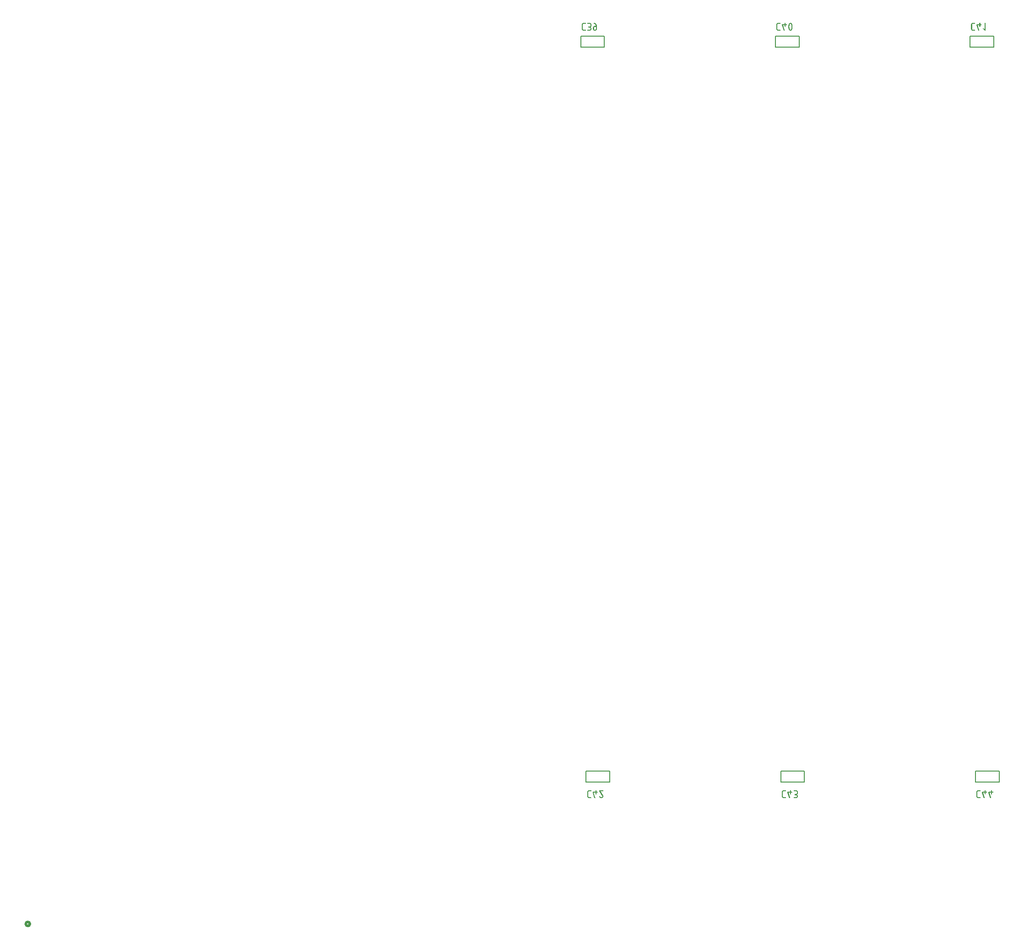
<source format=gbo>
G04*
G04 #@! TF.GenerationSoftware,Altium Limited,Altium Designer,19.1.9 (167)*
G04*
G04 Layer_Color=14412276*
%FSLAX44Y44*%
%MOMM*%
G71*
G01*
G75*
%ADD10C,0.2000*%
%ADD13C,0.5080*%
G36*
X2698279Y389987D02*
X2698421Y389961D01*
X2698551Y389909D01*
X2698667Y389857D01*
X2698758Y389780D01*
X2698835Y389702D01*
X2698900Y389611D01*
X2698952Y389521D01*
X2699017Y389352D01*
X2699056Y389197D01*
X2699069Y389145D01*
Y389093D01*
Y389067D01*
Y389054D01*
Y387111D01*
X2700273D01*
X2700442Y387098D01*
X2700584Y387072D01*
X2700714Y387021D01*
X2700830Y386969D01*
X2700921Y386891D01*
X2700999Y386813D01*
X2701064Y386723D01*
X2701115Y386632D01*
X2701180Y386464D01*
X2701219Y386308D01*
X2701232Y386256D01*
Y386204D01*
Y386179D01*
Y386166D01*
X2701219Y385997D01*
X2701193Y385855D01*
X2701141Y385725D01*
X2701077Y385622D01*
X2701012Y385531D01*
X2700934Y385453D01*
X2700844Y385388D01*
X2700753Y385337D01*
X2700571Y385272D01*
X2700429Y385233D01*
X2700364Y385220D01*
X2699069D01*
Y383277D01*
X2699056Y383108D01*
X2699030Y382966D01*
X2698978Y382836D01*
X2698913Y382733D01*
X2698849Y382642D01*
X2698771Y382564D01*
X2698680Y382500D01*
X2698589Y382448D01*
X2698408Y382383D01*
X2698266Y382344D01*
X2698201Y382331D01*
X2698110D01*
X2697942Y382344D01*
X2697799Y382370D01*
X2697670Y382422D01*
X2697566Y382474D01*
X2697475Y382551D01*
X2697398Y382629D01*
X2697333Y382720D01*
X2697281Y382798D01*
X2697216Y382979D01*
X2697177Y383134D01*
Y383186D01*
X2697165Y383238D01*
Y383264D01*
Y383277D01*
Y385220D01*
X2694237D01*
X2696854Y376385D01*
X2696880Y376243D01*
X2696906Y376139D01*
Y376087D01*
Y376062D01*
X2696892Y375893D01*
X2696866Y375751D01*
X2696815Y375621D01*
X2696750Y375517D01*
X2696685Y375427D01*
X2696607Y375349D01*
X2696517Y375284D01*
X2696426Y375232D01*
X2696245Y375168D01*
X2696102Y375129D01*
X2696038Y375116D01*
X2695817D01*
X2695701Y375142D01*
X2695506Y375206D01*
X2695351Y375297D01*
X2695234Y375401D01*
X2695144Y375504D01*
X2695092Y375595D01*
X2695066Y375660D01*
X2695053Y375673D01*
Y375686D01*
X2692138Y385906D01*
X2692126Y385984D01*
X2692112Y386075D01*
Y386140D01*
Y386153D01*
Y386166D01*
X2692126Y386334D01*
X2692151Y386477D01*
X2692203Y386606D01*
X2692255Y386710D01*
X2692333Y386800D01*
X2692410Y386878D01*
X2692501Y386943D01*
X2692592Y386995D01*
X2692760Y387059D01*
X2692916Y387098D01*
X2692968D01*
X2693019Y387111D01*
X2697165D01*
Y389054D01*
X2697177Y389223D01*
X2697203Y389365D01*
X2697255Y389495D01*
X2697307Y389598D01*
X2697385Y389689D01*
X2697462Y389767D01*
X2697553Y389832D01*
X2697644Y389883D01*
X2697812Y389948D01*
X2697968Y389987D01*
X2698019D01*
X2698071Y390000D01*
X2698110D01*
X2698279Y389987D01*
D02*
G37*
G36*
X2686490D02*
X2686633Y389961D01*
X2686762Y389909D01*
X2686879Y389857D01*
X2686970Y389780D01*
X2687047Y389702D01*
X2687112Y389611D01*
X2687164Y389521D01*
X2687229Y389352D01*
X2687268Y389197D01*
X2687281Y389145D01*
Y389093D01*
Y389067D01*
Y389054D01*
Y387111D01*
X2688485D01*
X2688654Y387098D01*
X2688796Y387072D01*
X2688926Y387021D01*
X2689042Y386969D01*
X2689133Y386891D01*
X2689211Y386813D01*
X2689276Y386723D01*
X2689327Y386632D01*
X2689392Y386464D01*
X2689431Y386308D01*
X2689444Y386256D01*
Y386204D01*
Y386179D01*
Y386166D01*
X2689431Y385997D01*
X2689405Y385855D01*
X2689353Y385725D01*
X2689289Y385622D01*
X2689224Y385531D01*
X2689146Y385453D01*
X2689055Y385388D01*
X2688965Y385337D01*
X2688783Y385272D01*
X2688641Y385233D01*
X2688576Y385220D01*
X2687281D01*
Y383277D01*
X2687268Y383108D01*
X2687242Y382966D01*
X2687190Y382836D01*
X2687125Y382733D01*
X2687061Y382642D01*
X2686983Y382564D01*
X2686892Y382500D01*
X2686801Y382448D01*
X2686620Y382383D01*
X2686477Y382344D01*
X2686413Y382331D01*
X2686322D01*
X2686154Y382344D01*
X2686011Y382370D01*
X2685882Y382422D01*
X2685778Y382474D01*
X2685687Y382551D01*
X2685610Y382629D01*
X2685545Y382720D01*
X2685493Y382798D01*
X2685428Y382979D01*
X2685389Y383134D01*
Y383186D01*
X2685376Y383238D01*
Y383264D01*
Y383277D01*
Y385220D01*
X2682449D01*
X2685066Y376385D01*
X2685091Y376243D01*
X2685117Y376139D01*
Y376087D01*
Y376062D01*
X2685104Y375893D01*
X2685078Y375751D01*
X2685027Y375621D01*
X2684962Y375517D01*
X2684897Y375427D01*
X2684819Y375349D01*
X2684729Y375284D01*
X2684638Y375232D01*
X2684457Y375168D01*
X2684314Y375129D01*
X2684249Y375116D01*
X2684029D01*
X2683913Y375142D01*
X2683718Y375206D01*
X2683563Y375297D01*
X2683446Y375401D01*
X2683356Y375504D01*
X2683304Y375595D01*
X2683278Y375660D01*
X2683265Y375673D01*
Y375686D01*
X2680350Y385906D01*
X2680337Y385984D01*
X2680324Y386075D01*
Y386140D01*
Y386153D01*
Y386166D01*
X2680337Y386334D01*
X2680363Y386477D01*
X2680415Y386606D01*
X2680467Y386710D01*
X2680544Y386800D01*
X2680622Y386878D01*
X2680713Y386943D01*
X2680804Y386995D01*
X2680972Y387059D01*
X2681128Y387098D01*
X2681179D01*
X2681231Y387111D01*
X2685376D01*
Y389054D01*
X2685389Y389223D01*
X2685415Y389365D01*
X2685467Y389495D01*
X2685519Y389598D01*
X2685597Y389689D01*
X2685674Y389767D01*
X2685765Y389832D01*
X2685856Y389883D01*
X2686024Y389948D01*
X2686180Y389987D01*
X2686231D01*
X2686283Y390000D01*
X2686322D01*
X2686490Y389987D01*
D02*
G37*
G36*
X2676891D02*
X2677034Y389961D01*
X2677164Y389909D01*
X2677280Y389857D01*
X2677371Y389780D01*
X2677448Y389702D01*
X2677513Y389611D01*
X2677565Y389521D01*
X2677630Y389352D01*
X2677669Y389197D01*
X2677682Y389145D01*
Y389093D01*
Y389067D01*
Y389054D01*
X2677669Y388886D01*
X2677643Y388744D01*
X2677591Y388614D01*
X2677526Y388510D01*
X2677462Y388420D01*
X2677384Y388342D01*
X2677293Y388277D01*
X2677202Y388225D01*
X2677021Y388161D01*
X2676879Y388122D01*
X2676814Y388109D01*
X2673835D01*
X2673692Y388096D01*
X2673549Y388083D01*
X2673277Y388018D01*
X2673044Y387927D01*
X2672850Y387824D01*
X2672682Y387733D01*
X2672565Y387642D01*
X2672487Y387578D01*
X2672474Y387552D01*
X2672461D01*
X2672357Y387448D01*
X2672280Y387332D01*
X2672137Y387098D01*
X2672047Y386865D01*
X2671969Y386645D01*
X2671930Y386451D01*
X2671917Y386295D01*
X2671904Y386243D01*
Y386204D01*
Y386179D01*
Y386166D01*
Y378950D01*
X2671917Y378808D01*
X2671930Y378665D01*
X2671995Y378393D01*
X2672086Y378160D01*
X2672189Y377966D01*
X2672280Y377797D01*
X2672371Y377681D01*
X2672435Y377603D01*
X2672461Y377577D01*
X2672565Y377473D01*
X2672682Y377383D01*
X2672915Y377253D01*
X2673135Y377150D01*
X2673355Y377072D01*
X2673549Y377033D01*
X2673705Y377020D01*
X2673757Y377007D01*
X2676723D01*
X2676891Y376994D01*
X2677034Y376968D01*
X2677164Y376917D01*
X2677280Y376865D01*
X2677371Y376787D01*
X2677448Y376709D01*
X2677513Y376618D01*
X2677565Y376528D01*
X2677630Y376359D01*
X2677669Y376204D01*
X2677682Y376152D01*
Y376100D01*
Y376074D01*
Y376062D01*
X2677669Y375893D01*
X2677643Y375751D01*
X2677591Y375621D01*
X2677526Y375517D01*
X2677462Y375427D01*
X2677384Y375349D01*
X2677293Y375284D01*
X2677202Y375232D01*
X2677021Y375168D01*
X2676879Y375129D01*
X2676814Y375116D01*
X2673835D01*
X2673536Y375129D01*
X2673264Y375168D01*
X2672992Y375219D01*
X2672733Y375297D01*
X2672500Y375375D01*
X2672280Y375466D01*
X2672072Y375569D01*
X2671878Y375673D01*
X2671710Y375789D01*
X2671555Y375880D01*
X2671425Y375984D01*
X2671321Y376062D01*
X2671230Y376139D01*
X2671166Y376191D01*
X2671127Y376230D01*
X2671114Y376243D01*
X2670920Y376450D01*
X2670751Y376683D01*
X2670596Y376903D01*
X2670466Y377137D01*
X2670363Y377370D01*
X2670272Y377590D01*
X2670194Y377810D01*
X2670143Y378018D01*
X2670091Y378212D01*
X2670065Y378393D01*
X2670039Y378549D01*
X2670013Y378678D01*
Y378795D01*
X2670000Y378885D01*
Y378937D01*
Y378950D01*
Y386166D01*
X2670013Y386464D01*
X2670052Y386736D01*
X2670103Y387008D01*
X2670168Y387267D01*
X2670259Y387500D01*
X2670350Y387720D01*
X2670453Y387927D01*
X2670557Y388122D01*
X2670661Y388290D01*
X2670764Y388446D01*
X2670855Y388575D01*
X2670946Y388679D01*
X2671010Y388769D01*
X2671062Y388834D01*
X2671101Y388873D01*
X2671114Y388886D01*
X2671334Y389080D01*
X2671555Y389249D01*
X2671788Y389404D01*
X2672021Y389534D01*
X2672241Y389637D01*
X2672474Y389728D01*
X2672694Y389806D01*
X2672902Y389857D01*
X2673096Y389909D01*
X2673277Y389935D01*
X2673433Y389961D01*
X2673562Y389987D01*
X2673679D01*
X2673770Y390000D01*
X2676723D01*
X2676891Y389987D01*
D02*
G37*
G36*
X2326490D02*
X2326633Y389961D01*
X2326763Y389909D01*
X2326879Y389857D01*
X2326970Y389780D01*
X2327047Y389702D01*
X2327112Y389611D01*
X2327164Y389521D01*
X2327229Y389352D01*
X2327268Y389197D01*
X2327281Y389145D01*
Y389093D01*
Y389067D01*
Y389054D01*
Y387111D01*
X2328485D01*
X2328654Y387098D01*
X2328796Y387072D01*
X2328926Y387021D01*
X2329042Y386969D01*
X2329133Y386891D01*
X2329211Y386813D01*
X2329276Y386723D01*
X2329327Y386632D01*
X2329392Y386464D01*
X2329431Y386308D01*
X2329444Y386256D01*
Y386204D01*
Y386179D01*
Y386166D01*
X2329431Y385997D01*
X2329405Y385855D01*
X2329353Y385725D01*
X2329288Y385622D01*
X2329224Y385531D01*
X2329146Y385453D01*
X2329055Y385388D01*
X2328965Y385337D01*
X2328783Y385272D01*
X2328641Y385233D01*
X2328576Y385220D01*
X2327281D01*
Y383277D01*
X2327268Y383108D01*
X2327242Y382966D01*
X2327190Y382836D01*
X2327125Y382733D01*
X2327060Y382642D01*
X2326983Y382564D01*
X2326892Y382500D01*
X2326801Y382448D01*
X2326620Y382383D01*
X2326478Y382344D01*
X2326413Y382331D01*
X2326322D01*
X2326154Y382344D01*
X2326011Y382370D01*
X2325882Y382422D01*
X2325778Y382474D01*
X2325687Y382551D01*
X2325610Y382629D01*
X2325545Y382720D01*
X2325493Y382798D01*
X2325428Y382979D01*
X2325389Y383134D01*
Y383186D01*
X2325376Y383238D01*
Y383264D01*
Y383277D01*
Y385220D01*
X2322449D01*
X2325065Y376385D01*
X2325091Y376243D01*
X2325117Y376139D01*
Y376087D01*
Y376062D01*
X2325104Y375893D01*
X2325078Y375751D01*
X2325027Y375621D01*
X2324962Y375517D01*
X2324897Y375427D01*
X2324819Y375349D01*
X2324729Y375284D01*
X2324638Y375232D01*
X2324457Y375168D01*
X2324314Y375129D01*
X2324249Y375116D01*
X2324029D01*
X2323913Y375142D01*
X2323718Y375206D01*
X2323563Y375297D01*
X2323446Y375401D01*
X2323356Y375504D01*
X2323304Y375595D01*
X2323278Y375660D01*
X2323265Y375673D01*
Y375686D01*
X2320350Y385906D01*
X2320337Y385984D01*
X2320324Y386075D01*
Y386140D01*
Y386153D01*
Y386166D01*
X2320337Y386334D01*
X2320363Y386477D01*
X2320415Y386606D01*
X2320467Y386710D01*
X2320545Y386800D01*
X2320622Y386878D01*
X2320713Y386943D01*
X2320804Y386995D01*
X2320972Y387059D01*
X2321127Y387098D01*
X2321179D01*
X2321231Y387111D01*
X2325376D01*
Y389054D01*
X2325389Y389223D01*
X2325415Y389365D01*
X2325467Y389495D01*
X2325519Y389598D01*
X2325597Y389689D01*
X2325674Y389767D01*
X2325765Y389832D01*
X2325856Y389883D01*
X2326024Y389948D01*
X2326180Y389987D01*
X2326231D01*
X2326283Y390000D01*
X2326322D01*
X2326490Y389987D01*
D02*
G37*
G36*
X2336232D02*
X2336517Y389948D01*
X2336789Y389896D01*
X2337035Y389832D01*
X2337281Y389741D01*
X2337501Y389650D01*
X2337709Y389547D01*
X2337890Y389443D01*
X2338058Y389339D01*
X2338214Y389236D01*
X2338343Y389145D01*
X2338460Y389054D01*
X2338538Y388990D01*
X2338602Y388938D01*
X2338641Y388899D01*
X2338654Y388886D01*
X2338862Y388666D01*
X2339030Y388446D01*
X2339185Y388212D01*
X2339315Y387979D01*
X2339418Y387759D01*
X2339522Y387526D01*
X2339587Y387306D01*
X2339652Y387098D01*
X2339704Y386904D01*
X2339729Y386723D01*
X2339755Y386567D01*
X2339781Y386438D01*
Y386321D01*
X2339794Y386230D01*
Y386179D01*
Y386166D01*
Y384728D01*
X2339781Y384378D01*
X2339729Y384054D01*
X2339665Y383756D01*
X2339574Y383471D01*
X2339457Y383212D01*
X2339341Y382979D01*
X2339198Y382759D01*
X2339069Y382564D01*
X2338939Y382396D01*
X2338797Y382253D01*
X2338680Y382124D01*
X2338577Y382020D01*
X2338473Y381943D01*
X2338408Y381891D01*
X2338356Y381852D01*
X2338343Y381839D01*
X2338602Y381645D01*
X2338823Y381437D01*
X2339017Y381204D01*
X2339185Y380971D01*
X2339328Y380738D01*
X2339444Y380492D01*
X2339535Y380259D01*
X2339613Y380025D01*
X2339678Y379805D01*
X2339716Y379598D01*
X2339755Y379417D01*
X2339768Y379261D01*
X2339781Y379132D01*
X2339794Y379028D01*
Y378976D01*
Y378950D01*
X2339781Y378665D01*
X2339742Y378380D01*
X2339691Y378121D01*
X2339613Y377862D01*
X2339535Y377629D01*
X2339444Y377409D01*
X2339341Y377201D01*
X2339237Y377020D01*
X2339121Y376839D01*
X2339030Y376696D01*
X2338926Y376567D01*
X2338849Y376450D01*
X2338771Y376372D01*
X2338719Y376308D01*
X2338680Y376269D01*
X2338667Y376256D01*
X2338447Y376049D01*
X2338227Y375880D01*
X2337994Y375725D01*
X2337773Y375595D01*
X2337540Y375491D01*
X2337307Y375388D01*
X2337087Y375323D01*
X2336880Y375258D01*
X2336685Y375206D01*
X2336517Y375181D01*
X2336348Y375155D01*
X2336219Y375129D01*
X2336102D01*
X2336012Y375116D01*
X2333058D01*
X2332890Y375129D01*
X2332747Y375155D01*
X2332618Y375206D01*
X2332514Y375258D01*
X2332423Y375336D01*
X2332346Y375414D01*
X2332281Y375504D01*
X2332229Y375582D01*
X2332164Y375764D01*
X2332125Y375919D01*
Y375971D01*
X2332112Y376023D01*
Y376049D01*
Y376062D01*
X2332125Y376230D01*
X2332151Y376372D01*
X2332203Y376502D01*
X2332255Y376606D01*
X2332333Y376696D01*
X2332410Y376774D01*
X2332501Y376839D01*
X2332592Y376891D01*
X2332760Y376955D01*
X2332916Y376994D01*
X2332967D01*
X2333019Y377007D01*
X2336089D01*
X2336232Y377033D01*
X2336504Y377098D01*
X2336737Y377188D01*
X2336931Y377292D01*
X2337100Y377396D01*
X2337216Y377486D01*
X2337294Y377551D01*
X2337320Y377564D01*
Y377577D01*
X2337424Y377681D01*
X2337514Y377797D01*
X2337644Y378031D01*
X2337747Y378264D01*
X2337825Y378471D01*
X2337864Y378652D01*
X2337877Y378808D01*
X2337890Y378860D01*
Y378898D01*
Y378924D01*
Y378937D01*
Y379093D01*
X2337864Y379235D01*
X2337799Y379507D01*
X2337709Y379740D01*
X2337605Y379935D01*
X2337501Y380103D01*
X2337411Y380220D01*
X2337346Y380298D01*
X2337333Y380310D01*
X2337320Y380323D01*
X2337216Y380427D01*
X2337100Y380505D01*
X2336867Y380647D01*
X2336646Y380738D01*
X2336426Y380816D01*
X2336245Y380854D01*
X2336089Y380867D01*
X2336037Y380880D01*
X2334509D01*
X2334341Y380893D01*
X2334198Y380919D01*
X2334068Y380971D01*
X2333965Y381023D01*
X2333874Y381101D01*
X2333797Y381178D01*
X2333732Y381269D01*
X2333680Y381347D01*
X2333615Y381528D01*
X2333576Y381684D01*
Y381735D01*
X2333563Y381787D01*
Y381813D01*
Y381826D01*
X2333576Y381994D01*
X2333602Y382137D01*
X2333654Y382267D01*
X2333706Y382370D01*
X2333784Y382461D01*
X2333861Y382538D01*
X2333952Y382603D01*
X2334043Y382655D01*
X2334211Y382720D01*
X2334366Y382759D01*
X2334418D01*
X2334470Y382772D01*
X2336102D01*
X2336245Y382798D01*
X2336504Y382862D01*
X2336737Y382953D01*
X2336931Y383057D01*
X2337100Y383173D01*
X2337216Y383264D01*
X2337294Y383329D01*
X2337320Y383342D01*
Y383355D01*
X2337424Y383458D01*
X2337514Y383575D01*
X2337644Y383808D01*
X2337747Y384041D01*
X2337825Y384248D01*
X2337864Y384430D01*
X2337877Y384585D01*
X2337890Y384637D01*
Y384676D01*
Y384702D01*
Y384715D01*
Y386166D01*
Y386321D01*
X2337864Y386464D01*
X2337799Y386723D01*
X2337709Y386969D01*
X2337605Y387163D01*
X2337501Y387332D01*
X2337411Y387448D01*
X2337346Y387526D01*
X2337333Y387539D01*
X2337320Y387552D01*
X2337216Y387655D01*
X2337100Y387733D01*
X2336867Y387876D01*
X2336633Y387966D01*
X2336426Y388044D01*
X2336232Y388083D01*
X2336076Y388096D01*
X2336025Y388109D01*
X2333058D01*
X2332890Y388122D01*
X2332747Y388148D01*
X2332618Y388199D01*
X2332514Y388251D01*
X2332423Y388329D01*
X2332346Y388407D01*
X2332281Y388497D01*
X2332229Y388575D01*
X2332164Y388756D01*
X2332125Y388912D01*
Y388964D01*
X2332112Y389016D01*
Y389041D01*
Y389054D01*
X2332125Y389223D01*
X2332151Y389365D01*
X2332203Y389495D01*
X2332255Y389598D01*
X2332333Y389689D01*
X2332410Y389767D01*
X2332501Y389832D01*
X2332592Y389883D01*
X2332760Y389948D01*
X2332916Y389987D01*
X2332967D01*
X2333019Y390000D01*
X2335947D01*
X2336232Y389987D01*
D02*
G37*
G36*
X2316891D02*
X2317034Y389961D01*
X2317164Y389909D01*
X2317280Y389857D01*
X2317371Y389780D01*
X2317449Y389702D01*
X2317513Y389611D01*
X2317565Y389521D01*
X2317630Y389352D01*
X2317669Y389197D01*
X2317682Y389145D01*
Y389093D01*
Y389067D01*
Y389054D01*
X2317669Y388886D01*
X2317643Y388744D01*
X2317591Y388614D01*
X2317526Y388510D01*
X2317462Y388420D01*
X2317384Y388342D01*
X2317293Y388277D01*
X2317202Y388225D01*
X2317021Y388161D01*
X2316879Y388122D01*
X2316814Y388109D01*
X2313834D01*
X2313692Y388096D01*
X2313549Y388083D01*
X2313277Y388018D01*
X2313044Y387927D01*
X2312850Y387824D01*
X2312681Y387733D01*
X2312565Y387642D01*
X2312487Y387578D01*
X2312474Y387552D01*
X2312461D01*
X2312358Y387448D01*
X2312280Y387332D01*
X2312137Y387098D01*
X2312047Y386865D01*
X2311969Y386645D01*
X2311930Y386451D01*
X2311917Y386295D01*
X2311904Y386243D01*
Y386204D01*
Y386179D01*
Y386166D01*
Y378950D01*
X2311917Y378808D01*
X2311930Y378665D01*
X2311995Y378393D01*
X2312086Y378160D01*
X2312189Y377966D01*
X2312280Y377797D01*
X2312371Y377681D01*
X2312435Y377603D01*
X2312461Y377577D01*
X2312565Y377473D01*
X2312681Y377383D01*
X2312915Y377253D01*
X2313135Y377150D01*
X2313355Y377072D01*
X2313549Y377033D01*
X2313705Y377020D01*
X2313757Y377007D01*
X2316723D01*
X2316891Y376994D01*
X2317034Y376968D01*
X2317164Y376917D01*
X2317280Y376865D01*
X2317371Y376787D01*
X2317449Y376709D01*
X2317513Y376618D01*
X2317565Y376528D01*
X2317630Y376359D01*
X2317669Y376204D01*
X2317682Y376152D01*
Y376100D01*
Y376074D01*
Y376062D01*
X2317669Y375893D01*
X2317643Y375751D01*
X2317591Y375621D01*
X2317526Y375517D01*
X2317462Y375427D01*
X2317384Y375349D01*
X2317293Y375284D01*
X2317202Y375232D01*
X2317021Y375168D01*
X2316879Y375129D01*
X2316814Y375116D01*
X2313834D01*
X2313536Y375129D01*
X2313264Y375168D01*
X2312992Y375219D01*
X2312733Y375297D01*
X2312500Y375375D01*
X2312280Y375466D01*
X2312073Y375569D01*
X2311878Y375673D01*
X2311710Y375789D01*
X2311555Y375880D01*
X2311425Y375984D01*
X2311321Y376062D01*
X2311231Y376139D01*
X2311166Y376191D01*
X2311127Y376230D01*
X2311114Y376243D01*
X2310920Y376450D01*
X2310751Y376683D01*
X2310596Y376903D01*
X2310466Y377137D01*
X2310363Y377370D01*
X2310272Y377590D01*
X2310194Y377810D01*
X2310143Y378018D01*
X2310091Y378212D01*
X2310065Y378393D01*
X2310039Y378549D01*
X2310013Y378678D01*
Y378795D01*
X2310000Y378885D01*
Y378937D01*
Y378950D01*
Y386166D01*
X2310013Y386464D01*
X2310052Y386736D01*
X2310104Y387008D01*
X2310168Y387267D01*
X2310259Y387500D01*
X2310350Y387720D01*
X2310453Y387927D01*
X2310557Y388122D01*
X2310661Y388290D01*
X2310764Y388446D01*
X2310855Y388575D01*
X2310946Y388679D01*
X2311010Y388769D01*
X2311062Y388834D01*
X2311101Y388873D01*
X2311114Y388886D01*
X2311334Y389080D01*
X2311555Y389249D01*
X2311788Y389404D01*
X2312021Y389534D01*
X2312241Y389637D01*
X2312474Y389728D01*
X2312694Y389806D01*
X2312902Y389857D01*
X2313096Y389909D01*
X2313277Y389935D01*
X2313433Y389961D01*
X2313562Y389987D01*
X2313679D01*
X2313770Y390000D01*
X2316723D01*
X2316891Y389987D01*
D02*
G37*
G36*
X1966490D02*
X1966633Y389961D01*
X1966763Y389909D01*
X1966879Y389857D01*
X1966970Y389780D01*
X1967047Y389702D01*
X1967112Y389611D01*
X1967164Y389521D01*
X1967229Y389352D01*
X1967268Y389197D01*
X1967281Y389145D01*
Y389093D01*
Y389067D01*
Y389054D01*
Y387111D01*
X1968485D01*
X1968654Y387098D01*
X1968796Y387072D01*
X1968926Y387021D01*
X1969042Y386969D01*
X1969133Y386891D01*
X1969211Y386813D01*
X1969276Y386723D01*
X1969327Y386632D01*
X1969392Y386464D01*
X1969431Y386308D01*
X1969444Y386256D01*
Y386204D01*
Y386179D01*
Y386166D01*
X1969431Y385997D01*
X1969405Y385855D01*
X1969353Y385725D01*
X1969288Y385622D01*
X1969224Y385531D01*
X1969146Y385453D01*
X1969055Y385388D01*
X1968965Y385337D01*
X1968783Y385272D01*
X1968641Y385233D01*
X1968576Y385220D01*
X1967281D01*
Y383277D01*
X1967268Y383108D01*
X1967242Y382966D01*
X1967190Y382836D01*
X1967125Y382733D01*
X1967060Y382642D01*
X1966983Y382564D01*
X1966892Y382500D01*
X1966801Y382448D01*
X1966620Y382383D01*
X1966478Y382344D01*
X1966413Y382331D01*
X1966322D01*
X1966154Y382344D01*
X1966011Y382370D01*
X1965882Y382422D01*
X1965778Y382474D01*
X1965687Y382551D01*
X1965610Y382629D01*
X1965545Y382720D01*
X1965493Y382798D01*
X1965428Y382979D01*
X1965389Y383134D01*
Y383186D01*
X1965376Y383238D01*
Y383264D01*
Y383277D01*
Y385220D01*
X1962449D01*
X1965065Y376385D01*
X1965091Y376243D01*
X1965117Y376139D01*
Y376087D01*
Y376062D01*
X1965104Y375893D01*
X1965078Y375751D01*
X1965027Y375621D01*
X1964962Y375517D01*
X1964897Y375427D01*
X1964819Y375349D01*
X1964729Y375284D01*
X1964638Y375232D01*
X1964457Y375168D01*
X1964314Y375129D01*
X1964249Y375116D01*
X1964029D01*
X1963913Y375142D01*
X1963718Y375206D01*
X1963563Y375297D01*
X1963446Y375401D01*
X1963356Y375504D01*
X1963304Y375595D01*
X1963278Y375660D01*
X1963265Y375673D01*
Y375686D01*
X1960350Y385906D01*
X1960337Y385984D01*
X1960324Y386075D01*
Y386140D01*
Y386153D01*
Y386166D01*
X1960337Y386334D01*
X1960363Y386477D01*
X1960415Y386606D01*
X1960467Y386710D01*
X1960545Y386800D01*
X1960622Y386878D01*
X1960713Y386943D01*
X1960804Y386995D01*
X1960972Y387059D01*
X1961127Y387098D01*
X1961179D01*
X1961231Y387111D01*
X1965376D01*
Y389054D01*
X1965389Y389223D01*
X1965415Y389365D01*
X1965467Y389495D01*
X1965519Y389598D01*
X1965597Y389689D01*
X1965674Y389767D01*
X1965765Y389832D01*
X1965856Y389883D01*
X1966024Y389948D01*
X1966180Y389987D01*
X1966231D01*
X1966283Y390000D01*
X1966322D01*
X1966490Y389987D01*
D02*
G37*
G36*
X1979004D02*
X1979147Y389961D01*
X1979276Y389909D01*
X1979393Y389857D01*
X1979483Y389780D01*
X1979561Y389702D01*
X1979626Y389611D01*
X1979678Y389521D01*
X1979742Y389352D01*
X1979781Y389197D01*
X1979794Y389145D01*
Y389093D01*
Y389067D01*
Y389054D01*
X1979781Y388886D01*
X1979755Y388744D01*
X1979704Y388614D01*
X1979639Y388510D01*
X1979574Y388420D01*
X1979496Y388342D01*
X1979406Y388277D01*
X1979315Y388225D01*
X1979134Y388161D01*
X1978991Y388122D01*
X1978926Y388109D01*
X1974587D01*
X1979095Y381152D01*
X1979224Y380945D01*
X1979328Y380738D01*
X1979418Y380544D01*
X1979496Y380349D01*
X1979626Y379974D01*
X1979704Y379637D01*
X1979742Y379494D01*
X1979755Y379352D01*
X1979768Y379235D01*
X1979781Y379145D01*
X1979794Y379054D01*
Y379002D01*
Y378963D01*
Y378950D01*
X1979781Y378665D01*
X1979742Y378380D01*
X1979691Y378108D01*
X1979613Y377862D01*
X1979535Y377616D01*
X1979444Y377396D01*
X1979341Y377188D01*
X1979237Y377007D01*
X1979121Y376839D01*
X1979030Y376683D01*
X1978926Y376554D01*
X1978849Y376437D01*
X1978771Y376359D01*
X1978719Y376295D01*
X1978680Y376256D01*
X1978667Y376243D01*
X1978447Y376049D01*
X1978227Y375867D01*
X1977994Y375725D01*
X1977773Y375595D01*
X1977540Y375479D01*
X1977307Y375388D01*
X1977087Y375310D01*
X1976880Y375258D01*
X1976685Y375206D01*
X1976517Y375181D01*
X1976348Y375155D01*
X1976219Y375129D01*
X1976102D01*
X1976012Y375116D01*
X1975947D01*
X1975727Y375129D01*
X1975519Y375142D01*
X1975312Y375181D01*
X1975118Y375232D01*
X1974729Y375375D01*
X1974366Y375556D01*
X1974030Y375764D01*
X1973719Y376010D01*
X1973447Y376256D01*
X1973188Y376515D01*
X1972955Y376787D01*
X1972747Y377033D01*
X1972579Y377279D01*
X1972436Y377486D01*
X1972320Y377668D01*
X1972242Y377810D01*
X1972216Y377862D01*
X1972190Y377901D01*
X1972177Y377914D01*
Y377927D01*
X1972151Y377966D01*
X1972138Y378005D01*
X1972125Y378108D01*
X1972112Y378186D01*
Y378212D01*
Y378225D01*
X1972125Y378393D01*
X1972151Y378536D01*
X1972203Y378665D01*
X1972255Y378782D01*
X1972333Y378872D01*
X1972410Y378950D01*
X1972501Y379015D01*
X1972592Y379067D01*
X1972760Y379132D01*
X1972916Y379170D01*
X1972968D01*
X1973019Y379183D01*
X1973058D01*
X1973252Y379157D01*
X1973434Y379106D01*
X1973576Y379041D01*
X1973693Y378950D01*
X1973771Y378860D01*
X1973835Y378795D01*
X1973874Y378743D01*
X1973887Y378717D01*
X1974068Y378419D01*
X1974250Y378147D01*
X1974444Y377927D01*
X1974626Y377733D01*
X1974794Y377564D01*
X1974962Y377422D01*
X1975131Y377305D01*
X1975286Y377214D01*
X1975429Y377150D01*
X1975545Y377098D01*
X1975662Y377059D01*
X1975766Y377033D01*
X1975843Y377020D01*
X1975895Y377007D01*
X1976089D01*
X1976232Y377033D01*
X1976504Y377098D01*
X1976737Y377188D01*
X1976931Y377292D01*
X1977100Y377396D01*
X1977216Y377486D01*
X1977294Y377551D01*
X1977320Y377564D01*
Y377577D01*
X1977424Y377681D01*
X1977514Y377797D01*
X1977644Y378031D01*
X1977747Y378264D01*
X1977825Y378471D01*
X1977864Y378665D01*
X1977877Y378821D01*
X1977890Y378872D01*
Y378911D01*
Y378937D01*
Y378950D01*
X1977877Y379157D01*
X1977838Y379352D01*
X1977786Y379533D01*
X1977722Y379689D01*
X1977657Y379831D01*
X1977605Y379935D01*
X1977566Y380000D01*
X1977553Y380025D01*
X1972281Y388497D01*
X1972229Y388601D01*
X1972190Y388705D01*
X1972138Y388873D01*
X1972125Y388951D01*
X1972112Y389002D01*
Y389041D01*
Y389054D01*
X1972125Y389223D01*
X1972151Y389365D01*
X1972203Y389495D01*
X1972255Y389598D01*
X1972333Y389689D01*
X1972410Y389767D01*
X1972501Y389832D01*
X1972592Y389883D01*
X1972760Y389948D01*
X1972916Y389987D01*
X1972968D01*
X1973019Y390000D01*
X1978836D01*
X1979004Y389987D01*
D02*
G37*
G36*
X1956891D02*
X1957034Y389961D01*
X1957164Y389909D01*
X1957280Y389857D01*
X1957371Y389780D01*
X1957449Y389702D01*
X1957513Y389611D01*
X1957565Y389521D01*
X1957630Y389352D01*
X1957669Y389197D01*
X1957682Y389145D01*
Y389093D01*
Y389067D01*
Y389054D01*
X1957669Y388886D01*
X1957643Y388744D01*
X1957591Y388614D01*
X1957526Y388510D01*
X1957462Y388420D01*
X1957384Y388342D01*
X1957293Y388277D01*
X1957202Y388225D01*
X1957021Y388161D01*
X1956879Y388122D01*
X1956814Y388109D01*
X1953834D01*
X1953692Y388096D01*
X1953549Y388083D01*
X1953277Y388018D01*
X1953044Y387927D01*
X1952850Y387824D01*
X1952681Y387733D01*
X1952565Y387642D01*
X1952487Y387578D01*
X1952474Y387552D01*
X1952461D01*
X1952358Y387448D01*
X1952280Y387332D01*
X1952137Y387098D01*
X1952047Y386865D01*
X1951969Y386645D01*
X1951930Y386451D01*
X1951917Y386295D01*
X1951904Y386243D01*
Y386204D01*
Y386179D01*
Y386166D01*
Y378950D01*
X1951917Y378808D01*
X1951930Y378665D01*
X1951995Y378393D01*
X1952086Y378160D01*
X1952189Y377966D01*
X1952280Y377797D01*
X1952371Y377681D01*
X1952435Y377603D01*
X1952461Y377577D01*
X1952565Y377473D01*
X1952681Y377383D01*
X1952915Y377253D01*
X1953135Y377150D01*
X1953355Y377072D01*
X1953549Y377033D01*
X1953705Y377020D01*
X1953757Y377007D01*
X1956723D01*
X1956891Y376994D01*
X1957034Y376968D01*
X1957164Y376917D01*
X1957280Y376865D01*
X1957371Y376787D01*
X1957449Y376709D01*
X1957513Y376618D01*
X1957565Y376528D01*
X1957630Y376359D01*
X1957669Y376204D01*
X1957682Y376152D01*
Y376100D01*
Y376074D01*
Y376062D01*
X1957669Y375893D01*
X1957643Y375751D01*
X1957591Y375621D01*
X1957526Y375517D01*
X1957462Y375427D01*
X1957384Y375349D01*
X1957293Y375284D01*
X1957202Y375232D01*
X1957021Y375168D01*
X1956879Y375129D01*
X1956814Y375116D01*
X1953834D01*
X1953537Y375129D01*
X1953264Y375168D01*
X1952992Y375219D01*
X1952733Y375297D01*
X1952500Y375375D01*
X1952280Y375466D01*
X1952073Y375569D01*
X1951878Y375673D01*
X1951710Y375789D01*
X1951555Y375880D01*
X1951425Y375984D01*
X1951321Y376062D01*
X1951231Y376139D01*
X1951166Y376191D01*
X1951127Y376230D01*
X1951114Y376243D01*
X1950920Y376450D01*
X1950751Y376683D01*
X1950596Y376903D01*
X1950466Y377137D01*
X1950363Y377370D01*
X1950272Y377590D01*
X1950194Y377810D01*
X1950143Y378018D01*
X1950091Y378212D01*
X1950065Y378393D01*
X1950039Y378549D01*
X1950013Y378678D01*
Y378795D01*
X1950000Y378885D01*
Y378937D01*
Y378950D01*
Y386166D01*
X1950013Y386464D01*
X1950052Y386736D01*
X1950104Y387008D01*
X1950168Y387267D01*
X1950259Y387500D01*
X1950350Y387720D01*
X1950453Y387927D01*
X1950557Y388122D01*
X1950661Y388290D01*
X1950764Y388446D01*
X1950855Y388575D01*
X1950946Y388679D01*
X1951010Y388769D01*
X1951062Y388834D01*
X1951101Y388873D01*
X1951114Y388886D01*
X1951334Y389080D01*
X1951555Y389249D01*
X1951788Y389404D01*
X1952021Y389534D01*
X1952241Y389637D01*
X1952474Y389728D01*
X1952694Y389806D01*
X1952902Y389857D01*
X1953096Y389909D01*
X1953277Y389935D01*
X1953433Y389961D01*
X1953562Y389987D01*
X1953679D01*
X1953770Y390000D01*
X1956723D01*
X1956891Y389987D01*
D02*
G37*
G36*
X2676490Y1809987D02*
X2676633Y1809961D01*
X2676762Y1809909D01*
X2676879Y1809857D01*
X2676970Y1809780D01*
X2677047Y1809702D01*
X2677112Y1809611D01*
X2677164Y1809521D01*
X2677229Y1809352D01*
X2677268Y1809197D01*
X2677281Y1809145D01*
Y1809093D01*
Y1809067D01*
Y1809054D01*
Y1807111D01*
X2678485D01*
X2678654Y1807098D01*
X2678796Y1807072D01*
X2678926Y1807021D01*
X2679042Y1806969D01*
X2679133Y1806891D01*
X2679211Y1806813D01*
X2679276Y1806723D01*
X2679327Y1806632D01*
X2679392Y1806464D01*
X2679431Y1806308D01*
X2679444Y1806256D01*
Y1806205D01*
Y1806179D01*
Y1806166D01*
X2679431Y1805997D01*
X2679405Y1805855D01*
X2679353Y1805725D01*
X2679289Y1805622D01*
X2679224Y1805531D01*
X2679146Y1805453D01*
X2679055Y1805388D01*
X2678965Y1805337D01*
X2678783Y1805272D01*
X2678641Y1805233D01*
X2678576Y1805220D01*
X2677281D01*
Y1803277D01*
X2677268Y1803109D01*
X2677242Y1802966D01*
X2677190Y1802836D01*
X2677125Y1802733D01*
X2677061Y1802642D01*
X2676983Y1802564D01*
X2676892Y1802500D01*
X2676801Y1802448D01*
X2676620Y1802383D01*
X2676477Y1802344D01*
X2676413Y1802331D01*
X2676322D01*
X2676154Y1802344D01*
X2676011Y1802370D01*
X2675882Y1802422D01*
X2675778Y1802474D01*
X2675687Y1802552D01*
X2675610Y1802629D01*
X2675545Y1802720D01*
X2675493Y1802798D01*
X2675428Y1802979D01*
X2675389Y1803134D01*
Y1803186D01*
X2675376Y1803238D01*
Y1803264D01*
Y1803277D01*
Y1805220D01*
X2672449D01*
X2675066Y1796385D01*
X2675091Y1796243D01*
X2675117Y1796139D01*
Y1796087D01*
Y1796062D01*
X2675104Y1795893D01*
X2675078Y1795751D01*
X2675027Y1795621D01*
X2674962Y1795517D01*
X2674897Y1795427D01*
X2674819Y1795349D01*
X2674729Y1795284D01*
X2674638Y1795233D01*
X2674457Y1795168D01*
X2674314Y1795129D01*
X2674249Y1795116D01*
X2674029D01*
X2673913Y1795142D01*
X2673718Y1795206D01*
X2673563Y1795297D01*
X2673446Y1795401D01*
X2673356Y1795504D01*
X2673304Y1795595D01*
X2673278Y1795660D01*
X2673265Y1795673D01*
Y1795686D01*
X2670350Y1805907D01*
X2670337Y1805984D01*
X2670324Y1806075D01*
Y1806140D01*
Y1806153D01*
Y1806166D01*
X2670337Y1806334D01*
X2670363Y1806476D01*
X2670415Y1806606D01*
X2670467Y1806710D01*
X2670544Y1806800D01*
X2670622Y1806878D01*
X2670713Y1806943D01*
X2670804Y1806995D01*
X2670972Y1807059D01*
X2671128Y1807098D01*
X2671179D01*
X2671231Y1807111D01*
X2675376D01*
Y1809054D01*
X2675389Y1809223D01*
X2675415Y1809365D01*
X2675467Y1809495D01*
X2675519Y1809598D01*
X2675597Y1809689D01*
X2675674Y1809767D01*
X2675765Y1809832D01*
X2675856Y1809883D01*
X2676024Y1809948D01*
X2676180Y1809987D01*
X2676231D01*
X2676283Y1810000D01*
X2676322D01*
X2676490Y1809987D01*
D02*
G37*
G36*
X2686115D02*
X2686258Y1809961D01*
X2686387Y1809909D01*
X2686504Y1809857D01*
X2686595Y1809780D01*
X2686672Y1809702D01*
X2686737Y1809611D01*
X2686789Y1809521D01*
X2686854Y1809352D01*
X2686892Y1809197D01*
X2686906Y1809145D01*
Y1809093D01*
Y1809067D01*
Y1809054D01*
Y1796062D01*
X2686892Y1795893D01*
X2686866Y1795751D01*
X2686815Y1795621D01*
X2686750Y1795517D01*
X2686685Y1795427D01*
X2686607Y1795349D01*
X2686517Y1795284D01*
X2686426Y1795233D01*
X2686245Y1795168D01*
X2686102Y1795129D01*
X2686038Y1795116D01*
X2685869D01*
X2685804Y1795142D01*
X2685662Y1795206D01*
X2685519Y1795310D01*
X2685390Y1795414D01*
X2685286Y1795530D01*
X2685208Y1795634D01*
X2685157Y1795699D01*
X2685131Y1795712D01*
Y1795725D01*
X2682385Y1798290D01*
X2682294Y1798393D01*
X2682229Y1798510D01*
X2682177Y1798613D01*
X2682151Y1798717D01*
X2682126Y1798808D01*
X2682112Y1798885D01*
Y1798937D01*
Y1798950D01*
X2682126Y1799119D01*
X2682151Y1799261D01*
X2682203Y1799391D01*
X2682255Y1799494D01*
X2682333Y1799585D01*
X2682410Y1799663D01*
X2682501Y1799727D01*
X2682592Y1799779D01*
X2682760Y1799844D01*
X2682916Y1799883D01*
X2682968D01*
X2683019Y1799896D01*
X2683058D01*
X2683201Y1799883D01*
X2683330Y1799857D01*
X2683447Y1799805D01*
X2683550Y1799753D01*
X2683628Y1799715D01*
X2683680Y1799663D01*
X2683719Y1799637D01*
X2683732Y1799624D01*
X2685001Y1798031D01*
Y1809054D01*
X2685014Y1809223D01*
X2685040Y1809365D01*
X2685092Y1809495D01*
X2685144Y1809598D01*
X2685221Y1809689D01*
X2685299Y1809767D01*
X2685390Y1809832D01*
X2685481Y1809883D01*
X2685649Y1809948D01*
X2685804Y1809987D01*
X2685856D01*
X2685908Y1810000D01*
X2685947D01*
X2686115Y1809987D01*
D02*
G37*
G36*
X2666891D02*
X2667034Y1809961D01*
X2667164Y1809909D01*
X2667280Y1809857D01*
X2667371Y1809780D01*
X2667448Y1809702D01*
X2667513Y1809611D01*
X2667565Y1809521D01*
X2667630Y1809352D01*
X2667669Y1809197D01*
X2667682Y1809145D01*
Y1809093D01*
Y1809067D01*
Y1809054D01*
X2667669Y1808886D01*
X2667643Y1808743D01*
X2667591Y1808614D01*
X2667526Y1808510D01*
X2667462Y1808420D01*
X2667384Y1808342D01*
X2667293Y1808277D01*
X2667202Y1808225D01*
X2667021Y1808161D01*
X2666879Y1808122D01*
X2666814Y1808109D01*
X2663835D01*
X2663692Y1808096D01*
X2663549Y1808083D01*
X2663277Y1808018D01*
X2663044Y1807927D01*
X2662850Y1807824D01*
X2662682Y1807733D01*
X2662565Y1807642D01*
X2662487Y1807578D01*
X2662474Y1807552D01*
X2662461D01*
X2662357Y1807448D01*
X2662280Y1807332D01*
X2662137Y1807098D01*
X2662047Y1806865D01*
X2661969Y1806645D01*
X2661930Y1806451D01*
X2661917Y1806295D01*
X2661904Y1806243D01*
Y1806205D01*
Y1806179D01*
Y1806166D01*
Y1798950D01*
X2661917Y1798808D01*
X2661930Y1798665D01*
X2661995Y1798393D01*
X2662086Y1798160D01*
X2662189Y1797966D01*
X2662280Y1797797D01*
X2662371Y1797681D01*
X2662435Y1797603D01*
X2662461Y1797577D01*
X2662565Y1797473D01*
X2662682Y1797383D01*
X2662915Y1797253D01*
X2663135Y1797150D01*
X2663355Y1797072D01*
X2663549Y1797033D01*
X2663705Y1797020D01*
X2663757Y1797007D01*
X2666723D01*
X2666891Y1796994D01*
X2667034Y1796968D01*
X2667164Y1796917D01*
X2667280Y1796865D01*
X2667371Y1796787D01*
X2667448Y1796709D01*
X2667513Y1796618D01*
X2667565Y1796528D01*
X2667630Y1796360D01*
X2667669Y1796204D01*
X2667682Y1796152D01*
Y1796100D01*
Y1796075D01*
Y1796062D01*
X2667669Y1795893D01*
X2667643Y1795751D01*
X2667591Y1795621D01*
X2667526Y1795517D01*
X2667462Y1795427D01*
X2667384Y1795349D01*
X2667293Y1795284D01*
X2667202Y1795233D01*
X2667021Y1795168D01*
X2666879Y1795129D01*
X2666814Y1795116D01*
X2663835D01*
X2663536Y1795129D01*
X2663264Y1795168D01*
X2662992Y1795220D01*
X2662733Y1795297D01*
X2662500Y1795375D01*
X2662280Y1795466D01*
X2662072Y1795569D01*
X2661878Y1795673D01*
X2661710Y1795789D01*
X2661555Y1795880D01*
X2661425Y1795984D01*
X2661321Y1796062D01*
X2661230Y1796139D01*
X2661166Y1796191D01*
X2661127Y1796230D01*
X2661114Y1796243D01*
X2660920Y1796450D01*
X2660751Y1796683D01*
X2660596Y1796904D01*
X2660466Y1797137D01*
X2660363Y1797370D01*
X2660272Y1797590D01*
X2660194Y1797810D01*
X2660143Y1798018D01*
X2660091Y1798212D01*
X2660065Y1798393D01*
X2660039Y1798549D01*
X2660013Y1798678D01*
Y1798795D01*
X2660000Y1798885D01*
Y1798937D01*
Y1798950D01*
Y1806166D01*
X2660013Y1806464D01*
X2660052Y1806736D01*
X2660103Y1807008D01*
X2660168Y1807267D01*
X2660259Y1807500D01*
X2660350Y1807720D01*
X2660453Y1807927D01*
X2660557Y1808122D01*
X2660661Y1808290D01*
X2660764Y1808445D01*
X2660855Y1808575D01*
X2660946Y1808679D01*
X2661010Y1808769D01*
X2661062Y1808834D01*
X2661101Y1808873D01*
X2661114Y1808886D01*
X2661334Y1809080D01*
X2661555Y1809249D01*
X2661788Y1809404D01*
X2662021Y1809534D01*
X2662241Y1809637D01*
X2662474Y1809728D01*
X2662694Y1809806D01*
X2662902Y1809857D01*
X2663096Y1809909D01*
X2663277Y1809935D01*
X2663433Y1809961D01*
X2663562Y1809987D01*
X2663679D01*
X2663770Y1810000D01*
X2666723D01*
X2666891Y1809987D01*
D02*
G37*
G36*
X2316490D02*
X2316633Y1809961D01*
X2316763Y1809909D01*
X2316879Y1809857D01*
X2316970Y1809780D01*
X2317047Y1809702D01*
X2317112Y1809611D01*
X2317164Y1809521D01*
X2317229Y1809352D01*
X2317268Y1809197D01*
X2317281Y1809145D01*
Y1809093D01*
Y1809067D01*
Y1809054D01*
Y1807111D01*
X2318485D01*
X2318654Y1807098D01*
X2318796Y1807072D01*
X2318926Y1807021D01*
X2319042Y1806969D01*
X2319133Y1806891D01*
X2319211Y1806813D01*
X2319276Y1806723D01*
X2319327Y1806632D01*
X2319392Y1806464D01*
X2319431Y1806308D01*
X2319444Y1806256D01*
Y1806205D01*
Y1806179D01*
Y1806166D01*
X2319431Y1805997D01*
X2319405Y1805855D01*
X2319353Y1805725D01*
X2319288Y1805622D01*
X2319224Y1805531D01*
X2319146Y1805453D01*
X2319055Y1805388D01*
X2318965Y1805337D01*
X2318783Y1805272D01*
X2318641Y1805233D01*
X2318576Y1805220D01*
X2317281D01*
Y1803277D01*
X2317268Y1803109D01*
X2317242Y1802966D01*
X2317190Y1802836D01*
X2317125Y1802733D01*
X2317060Y1802642D01*
X2316983Y1802564D01*
X2316892Y1802500D01*
X2316801Y1802448D01*
X2316620Y1802383D01*
X2316478Y1802344D01*
X2316413Y1802331D01*
X2316322D01*
X2316154Y1802344D01*
X2316011Y1802370D01*
X2315882Y1802422D01*
X2315778Y1802474D01*
X2315687Y1802552D01*
X2315610Y1802629D01*
X2315545Y1802720D01*
X2315493Y1802798D01*
X2315428Y1802979D01*
X2315389Y1803134D01*
Y1803186D01*
X2315376Y1803238D01*
Y1803264D01*
Y1803277D01*
Y1805220D01*
X2312449D01*
X2315065Y1796385D01*
X2315091Y1796243D01*
X2315117Y1796139D01*
Y1796087D01*
Y1796062D01*
X2315104Y1795893D01*
X2315078Y1795751D01*
X2315027Y1795621D01*
X2314962Y1795517D01*
X2314897Y1795427D01*
X2314819Y1795349D01*
X2314729Y1795284D01*
X2314638Y1795233D01*
X2314457Y1795168D01*
X2314314Y1795129D01*
X2314249Y1795116D01*
X2314029D01*
X2313913Y1795142D01*
X2313718Y1795206D01*
X2313563Y1795297D01*
X2313446Y1795401D01*
X2313356Y1795504D01*
X2313304Y1795595D01*
X2313278Y1795660D01*
X2313265Y1795673D01*
Y1795686D01*
X2310350Y1805907D01*
X2310337Y1805984D01*
X2310324Y1806075D01*
Y1806140D01*
Y1806153D01*
Y1806166D01*
X2310337Y1806334D01*
X2310363Y1806476D01*
X2310415Y1806606D01*
X2310467Y1806710D01*
X2310545Y1806800D01*
X2310622Y1806878D01*
X2310713Y1806943D01*
X2310804Y1806995D01*
X2310972Y1807059D01*
X2311127Y1807098D01*
X2311179D01*
X2311231Y1807111D01*
X2315376D01*
Y1809054D01*
X2315389Y1809223D01*
X2315415Y1809365D01*
X2315467Y1809495D01*
X2315519Y1809598D01*
X2315597Y1809689D01*
X2315674Y1809767D01*
X2315765Y1809832D01*
X2315856Y1809883D01*
X2316024Y1809948D01*
X2316180Y1809987D01*
X2316231D01*
X2316283Y1810000D01*
X2316322D01*
X2316490Y1809987D01*
D02*
G37*
G36*
X2326154D02*
X2326348Y1809961D01*
X2326543Y1809922D01*
X2326724Y1809870D01*
X2327061Y1809728D01*
X2327385Y1809547D01*
X2327670Y1809326D01*
X2327929Y1809080D01*
X2328162Y1808821D01*
X2328369Y1808549D01*
X2328551Y1808277D01*
X2328706Y1808018D01*
X2328836Y1807772D01*
X2328952Y1807552D01*
X2329030Y1807370D01*
X2329082Y1807228D01*
X2329108Y1807176D01*
X2329121Y1807124D01*
X2329133Y1807111D01*
Y1807098D01*
X2329250Y1806723D01*
X2329354Y1806347D01*
X2329444Y1805958D01*
X2329522Y1805570D01*
X2329639Y1804805D01*
X2329678Y1804443D01*
X2329716Y1804106D01*
X2329742Y1803782D01*
X2329755Y1803484D01*
X2329768Y1803212D01*
X2329781Y1802992D01*
X2329794Y1802811D01*
Y1802668D01*
Y1802616D01*
Y1802577D01*
Y1802564D01*
Y1802552D01*
X2329781Y1802072D01*
X2329768Y1801606D01*
X2329729Y1801165D01*
X2329691Y1800751D01*
X2329639Y1800349D01*
X2329587Y1799974D01*
X2329522Y1799637D01*
X2329470Y1799313D01*
X2329406Y1799028D01*
X2329341Y1798769D01*
X2329289Y1798549D01*
X2329237Y1798367D01*
X2329198Y1798225D01*
X2329160Y1798121D01*
X2329147Y1798056D01*
X2329133Y1798031D01*
X2329043Y1797771D01*
X2328939Y1797512D01*
X2328836Y1797279D01*
X2328719Y1797072D01*
X2328602Y1796865D01*
X2328473Y1796683D01*
X2328356Y1796502D01*
X2328227Y1796346D01*
X2327968Y1796062D01*
X2327696Y1795828D01*
X2327437Y1795634D01*
X2327177Y1795479D01*
X2326931Y1795362D01*
X2326698Y1795271D01*
X2326491Y1795206D01*
X2326310Y1795155D01*
X2326154Y1795129D01*
X2326051Y1795116D01*
X2325947D01*
X2325740Y1795129D01*
X2325545Y1795142D01*
X2325351Y1795194D01*
X2325170Y1795245D01*
X2324833Y1795388D01*
X2324509Y1795569D01*
X2324224Y1795789D01*
X2323965Y1796036D01*
X2323732Y1796295D01*
X2323512Y1796567D01*
X2323330Y1796839D01*
X2323175Y1797098D01*
X2323045Y1797344D01*
X2322941Y1797564D01*
X2322851Y1797746D01*
X2322799Y1797888D01*
X2322773Y1797940D01*
X2322760Y1797979D01*
X2322747Y1798005D01*
Y1798018D01*
X2322631Y1798380D01*
X2322540Y1798756D01*
X2322449Y1799145D01*
X2322384Y1799533D01*
X2322268Y1800298D01*
X2322229Y1800660D01*
X2322190Y1800997D01*
X2322164Y1801321D01*
X2322151Y1801619D01*
X2322138Y1801891D01*
X2322125Y1802111D01*
X2322112Y1802292D01*
Y1802435D01*
Y1802487D01*
Y1802526D01*
Y1802538D01*
Y1802552D01*
X2322125Y1803044D01*
X2322138Y1803510D01*
X2322177Y1803951D01*
X2322216Y1804378D01*
X2322255Y1804780D01*
X2322320Y1805155D01*
X2322372Y1805505D01*
X2322436Y1805816D01*
X2322488Y1806114D01*
X2322553Y1806360D01*
X2322605Y1806580D01*
X2322644Y1806774D01*
X2322695Y1806917D01*
X2322721Y1807021D01*
X2322734Y1807085D01*
X2322747Y1807111D01*
X2322838Y1807370D01*
X2322941Y1807616D01*
X2323058Y1807850D01*
X2323162Y1808070D01*
X2323291Y1808264D01*
X2323408Y1808445D01*
X2323537Y1808627D01*
X2323667Y1808782D01*
X2323926Y1809067D01*
X2324198Y1809301D01*
X2324457Y1809482D01*
X2324716Y1809637D01*
X2324962Y1809754D01*
X2325195Y1809845D01*
X2325403Y1809909D01*
X2325584Y1809948D01*
X2325740Y1809974D01*
X2325856Y1810000D01*
X2325947D01*
X2326154Y1809987D01*
D02*
G37*
G36*
X2306891D02*
X2307034Y1809961D01*
X2307164Y1809909D01*
X2307280Y1809857D01*
X2307371Y1809780D01*
X2307448Y1809702D01*
X2307513Y1809611D01*
X2307565Y1809521D01*
X2307630Y1809352D01*
X2307669Y1809197D01*
X2307682Y1809145D01*
Y1809093D01*
Y1809067D01*
Y1809054D01*
X2307669Y1808886D01*
X2307643Y1808743D01*
X2307591Y1808614D01*
X2307526Y1808510D01*
X2307462Y1808420D01*
X2307384Y1808342D01*
X2307293Y1808277D01*
X2307202Y1808225D01*
X2307021Y1808161D01*
X2306879Y1808122D01*
X2306814Y1808109D01*
X2303834D01*
X2303692Y1808096D01*
X2303549Y1808083D01*
X2303277Y1808018D01*
X2303044Y1807927D01*
X2302850Y1807824D01*
X2302681Y1807733D01*
X2302565Y1807642D01*
X2302487Y1807578D01*
X2302474Y1807552D01*
X2302461D01*
X2302358Y1807448D01*
X2302280Y1807332D01*
X2302137Y1807098D01*
X2302047Y1806865D01*
X2301969Y1806645D01*
X2301930Y1806451D01*
X2301917Y1806295D01*
X2301904Y1806243D01*
Y1806205D01*
Y1806179D01*
Y1806166D01*
Y1798950D01*
X2301917Y1798808D01*
X2301930Y1798665D01*
X2301995Y1798393D01*
X2302086Y1798160D01*
X2302189Y1797966D01*
X2302280Y1797797D01*
X2302371Y1797681D01*
X2302435Y1797603D01*
X2302461Y1797577D01*
X2302565Y1797473D01*
X2302681Y1797383D01*
X2302915Y1797253D01*
X2303135Y1797150D01*
X2303355Y1797072D01*
X2303549Y1797033D01*
X2303705Y1797020D01*
X2303757Y1797007D01*
X2306723D01*
X2306891Y1796994D01*
X2307034Y1796968D01*
X2307164Y1796917D01*
X2307280Y1796865D01*
X2307371Y1796787D01*
X2307448Y1796709D01*
X2307513Y1796618D01*
X2307565Y1796528D01*
X2307630Y1796360D01*
X2307669Y1796204D01*
X2307682Y1796152D01*
Y1796100D01*
Y1796075D01*
Y1796062D01*
X2307669Y1795893D01*
X2307643Y1795751D01*
X2307591Y1795621D01*
X2307526Y1795517D01*
X2307462Y1795427D01*
X2307384Y1795349D01*
X2307293Y1795284D01*
X2307202Y1795233D01*
X2307021Y1795168D01*
X2306879Y1795129D01*
X2306814Y1795116D01*
X2303834D01*
X2303536Y1795129D01*
X2303264Y1795168D01*
X2302992Y1795220D01*
X2302733Y1795297D01*
X2302500Y1795375D01*
X2302280Y1795466D01*
X2302073Y1795569D01*
X2301878Y1795673D01*
X2301710Y1795789D01*
X2301555Y1795880D01*
X2301425Y1795984D01*
X2301321Y1796062D01*
X2301231Y1796139D01*
X2301166Y1796191D01*
X2301127Y1796230D01*
X2301114Y1796243D01*
X2300920Y1796450D01*
X2300751Y1796683D01*
X2300596Y1796904D01*
X2300466Y1797137D01*
X2300363Y1797370D01*
X2300272Y1797590D01*
X2300194Y1797810D01*
X2300143Y1798018D01*
X2300091Y1798212D01*
X2300065Y1798393D01*
X2300039Y1798549D01*
X2300013Y1798678D01*
Y1798795D01*
X2300000Y1798885D01*
Y1798937D01*
Y1798950D01*
Y1806166D01*
X2300013Y1806464D01*
X2300052Y1806736D01*
X2300104Y1807008D01*
X2300168Y1807267D01*
X2300259Y1807500D01*
X2300350Y1807720D01*
X2300453Y1807927D01*
X2300557Y1808122D01*
X2300661Y1808290D01*
X2300764Y1808445D01*
X2300855Y1808575D01*
X2300946Y1808679D01*
X2301010Y1808769D01*
X2301062Y1808834D01*
X2301101Y1808873D01*
X2301114Y1808886D01*
X2301334Y1809080D01*
X2301555Y1809249D01*
X2301788Y1809404D01*
X2302021Y1809534D01*
X2302241Y1809637D01*
X2302474Y1809728D01*
X2302694Y1809806D01*
X2302902Y1809857D01*
X2303096Y1809909D01*
X2303277Y1809935D01*
X2303433Y1809961D01*
X2303562Y1809987D01*
X2303679D01*
X2303770Y1810000D01*
X2306723D01*
X2306891Y1809987D01*
D02*
G37*
G36*
X1963162D02*
X1963291Y1809974D01*
X1963563Y1809883D01*
X1963861Y1809780D01*
X1964133Y1809637D01*
X1964392Y1809508D01*
X1964509Y1809456D01*
X1964600Y1809404D01*
X1964677Y1809352D01*
X1964742Y1809314D01*
X1964781Y1809301D01*
X1964794Y1809288D01*
X1965118Y1809080D01*
X1965416Y1808860D01*
X1965701Y1808627D01*
X1965960Y1808394D01*
X1966206Y1808161D01*
X1966439Y1807914D01*
X1966646Y1807668D01*
X1966841Y1807422D01*
X1967022Y1807163D01*
X1967177Y1806917D01*
X1967333Y1806671D01*
X1967462Y1806412D01*
X1967592Y1806166D01*
X1967696Y1805932D01*
X1967890Y1805453D01*
X1968033Y1805013D01*
X1968149Y1804598D01*
X1968227Y1804223D01*
X1968253Y1804054D01*
X1968279Y1803912D01*
X1968291Y1803769D01*
X1968304Y1803640D01*
X1968318Y1803536D01*
Y1803445D01*
X1968330Y1803368D01*
Y1803316D01*
Y1803290D01*
Y1803277D01*
Y1798924D01*
X1968318Y1798639D01*
X1968279Y1798354D01*
X1968227Y1798082D01*
X1968149Y1797836D01*
X1968071Y1797603D01*
X1967981Y1797383D01*
X1967877Y1797176D01*
X1967773Y1796981D01*
X1967657Y1796813D01*
X1967566Y1796670D01*
X1967462Y1796541D01*
X1967385Y1796424D01*
X1967307Y1796346D01*
X1967255Y1796282D01*
X1967216Y1796243D01*
X1967203Y1796230D01*
X1966996Y1796036D01*
X1966763Y1795867D01*
X1966543Y1795712D01*
X1966310Y1795582D01*
X1966076Y1795479D01*
X1965856Y1795388D01*
X1965636Y1795310D01*
X1965429Y1795258D01*
X1965234Y1795206D01*
X1965053Y1795181D01*
X1964885Y1795155D01*
X1964755Y1795129D01*
X1964639D01*
X1964561Y1795116D01*
X1964483D01*
X1964185Y1795129D01*
X1963900Y1795168D01*
X1963641Y1795220D01*
X1963382Y1795297D01*
X1963136Y1795375D01*
X1962916Y1795466D01*
X1962708Y1795569D01*
X1962527Y1795673D01*
X1962346Y1795789D01*
X1962203Y1795880D01*
X1962074Y1795984D01*
X1961957Y1796062D01*
X1961879Y1796139D01*
X1961815Y1796191D01*
X1961776Y1796230D01*
X1961763Y1796243D01*
X1961568Y1796450D01*
X1961400Y1796683D01*
X1961245Y1796904D01*
X1961115Y1797137D01*
X1961011Y1797370D01*
X1960921Y1797590D01*
X1960843Y1797810D01*
X1960791Y1798018D01*
X1960739Y1798212D01*
X1960714Y1798393D01*
X1960688Y1798549D01*
X1960662Y1798678D01*
Y1798795D01*
X1960649Y1798885D01*
Y1798937D01*
Y1798950D01*
Y1800388D01*
X1960662Y1800686D01*
X1960701Y1800971D01*
X1960752Y1801230D01*
X1960817Y1801489D01*
X1960908Y1801735D01*
X1960998Y1801956D01*
X1961102Y1802163D01*
X1961206Y1802344D01*
X1961309Y1802526D01*
X1961413Y1802668D01*
X1961504Y1802798D01*
X1961594Y1802914D01*
X1961659Y1802992D01*
X1961711Y1803057D01*
X1961750Y1803096D01*
X1961763Y1803109D01*
X1961983Y1803303D01*
X1962203Y1803471D01*
X1962436Y1803627D01*
X1962670Y1803756D01*
X1962890Y1803860D01*
X1963123Y1803951D01*
X1963343Y1804028D01*
X1963550Y1804080D01*
X1963745Y1804132D01*
X1963926Y1804158D01*
X1964082Y1804184D01*
X1964211Y1804210D01*
X1964328D01*
X1964418Y1804223D01*
X1966361D01*
X1966297Y1804585D01*
X1966180Y1804935D01*
X1966037Y1805272D01*
X1965856Y1805583D01*
X1965662Y1805894D01*
X1965455Y1806166D01*
X1965234Y1806425D01*
X1965014Y1806671D01*
X1964794Y1806891D01*
X1964587Y1807085D01*
X1964392Y1807241D01*
X1964211Y1807383D01*
X1964068Y1807500D01*
X1963965Y1807578D01*
X1963887Y1807629D01*
X1963874Y1807642D01*
X1963861D01*
X1963667Y1807759D01*
X1963447Y1807876D01*
X1963239Y1807966D01*
X1963045Y1808057D01*
X1962864Y1808122D01*
X1962734Y1808174D01*
X1962682Y1808199D01*
X1962644Y1808212D01*
X1962618Y1808225D01*
X1962605D01*
X1962436Y1808303D01*
X1962307Y1808420D01*
X1962216Y1808562D01*
X1962151Y1808705D01*
X1962112Y1808834D01*
X1962099Y1808951D01*
X1962087Y1809028D01*
Y1809041D01*
Y1809054D01*
X1962099Y1809197D01*
X1962125Y1809326D01*
X1962177Y1809443D01*
X1962229Y1809534D01*
X1962281Y1809611D01*
X1962333Y1809676D01*
X1962359Y1809715D01*
X1962372Y1809728D01*
X1962488Y1809819D01*
X1962592Y1809883D01*
X1962708Y1809935D01*
X1962812Y1809961D01*
X1962903Y1809987D01*
X1962980Y1810000D01*
X1963045D01*
X1963162Y1809987D01*
D02*
G37*
G36*
X1954444D02*
X1954729Y1809948D01*
X1955001Y1809896D01*
X1955247Y1809832D01*
X1955493Y1809741D01*
X1955713Y1809650D01*
X1955921Y1809547D01*
X1956102Y1809443D01*
X1956270Y1809339D01*
X1956426Y1809236D01*
X1956555Y1809145D01*
X1956672Y1809054D01*
X1956750Y1808990D01*
X1956814Y1808938D01*
X1956853Y1808899D01*
X1956866Y1808886D01*
X1957073Y1808666D01*
X1957242Y1808445D01*
X1957397Y1808212D01*
X1957527Y1807979D01*
X1957630Y1807759D01*
X1957734Y1807526D01*
X1957799Y1807306D01*
X1957864Y1807098D01*
X1957915Y1806904D01*
X1957941Y1806723D01*
X1957967Y1806567D01*
X1957993Y1806438D01*
Y1806321D01*
X1958006Y1806230D01*
Y1806179D01*
Y1806166D01*
Y1804728D01*
X1957993Y1804378D01*
X1957941Y1804054D01*
X1957876Y1803756D01*
X1957786Y1803471D01*
X1957669Y1803212D01*
X1957553Y1802979D01*
X1957410Y1802759D01*
X1957281Y1802564D01*
X1957151Y1802396D01*
X1957009Y1802254D01*
X1956892Y1802124D01*
X1956788Y1802020D01*
X1956685Y1801943D01*
X1956620Y1801891D01*
X1956568Y1801852D01*
X1956555Y1801839D01*
X1956814Y1801645D01*
X1957034Y1801437D01*
X1957229Y1801204D01*
X1957397Y1800971D01*
X1957540Y1800738D01*
X1957656Y1800492D01*
X1957747Y1800259D01*
X1957825Y1800025D01*
X1957890Y1799805D01*
X1957928Y1799598D01*
X1957967Y1799417D01*
X1957980Y1799261D01*
X1957993Y1799132D01*
X1958006Y1799028D01*
Y1798976D01*
Y1798950D01*
X1957993Y1798665D01*
X1957954Y1798380D01*
X1957902Y1798121D01*
X1957825Y1797862D01*
X1957747Y1797629D01*
X1957656Y1797409D01*
X1957553Y1797202D01*
X1957449Y1797020D01*
X1957332Y1796839D01*
X1957242Y1796696D01*
X1957138Y1796567D01*
X1957060Y1796450D01*
X1956983Y1796372D01*
X1956931Y1796308D01*
X1956892Y1796269D01*
X1956879Y1796256D01*
X1956659Y1796049D01*
X1956439Y1795880D01*
X1956205Y1795725D01*
X1955985Y1795595D01*
X1955752Y1795491D01*
X1955519Y1795388D01*
X1955299Y1795323D01*
X1955091Y1795258D01*
X1954897Y1795206D01*
X1954729Y1795181D01*
X1954560Y1795155D01*
X1954431Y1795129D01*
X1954314D01*
X1954223Y1795116D01*
X1951270D01*
X1951102Y1795129D01*
X1950959Y1795155D01*
X1950830Y1795206D01*
X1950726Y1795258D01*
X1950635Y1795336D01*
X1950558Y1795414D01*
X1950493Y1795504D01*
X1950441Y1795582D01*
X1950376Y1795764D01*
X1950337Y1795919D01*
Y1795971D01*
X1950324Y1796023D01*
Y1796049D01*
Y1796062D01*
X1950337Y1796230D01*
X1950363Y1796372D01*
X1950415Y1796502D01*
X1950467Y1796606D01*
X1950545Y1796696D01*
X1950622Y1796774D01*
X1950713Y1796839D01*
X1950804Y1796891D01*
X1950972Y1796955D01*
X1951127Y1796994D01*
X1951179D01*
X1951231Y1797007D01*
X1954301D01*
X1954444Y1797033D01*
X1954716Y1797098D01*
X1954949Y1797189D01*
X1955143Y1797292D01*
X1955312Y1797396D01*
X1955428Y1797486D01*
X1955506Y1797551D01*
X1955532Y1797564D01*
Y1797577D01*
X1955636Y1797681D01*
X1955726Y1797797D01*
X1955856Y1798031D01*
X1955959Y1798264D01*
X1956037Y1798471D01*
X1956076Y1798652D01*
X1956089Y1798808D01*
X1956102Y1798860D01*
Y1798898D01*
Y1798924D01*
Y1798937D01*
Y1799093D01*
X1956076Y1799235D01*
X1956011Y1799507D01*
X1955921Y1799740D01*
X1955817Y1799935D01*
X1955713Y1800103D01*
X1955623Y1800220D01*
X1955558Y1800298D01*
X1955545Y1800310D01*
X1955532Y1800323D01*
X1955428Y1800427D01*
X1955312Y1800505D01*
X1955078Y1800647D01*
X1954858Y1800738D01*
X1954638Y1800816D01*
X1954457Y1800854D01*
X1954301Y1800867D01*
X1954249Y1800880D01*
X1952721D01*
X1952552Y1800893D01*
X1952410Y1800919D01*
X1952280Y1800971D01*
X1952177Y1801023D01*
X1952086Y1801101D01*
X1952008Y1801178D01*
X1951944Y1801269D01*
X1951892Y1801347D01*
X1951827Y1801528D01*
X1951788Y1801684D01*
Y1801735D01*
X1951775Y1801787D01*
Y1801813D01*
Y1801826D01*
X1951788Y1801994D01*
X1951814Y1802137D01*
X1951866Y1802267D01*
X1951918Y1802370D01*
X1951995Y1802461D01*
X1952073Y1802538D01*
X1952164Y1802603D01*
X1952254Y1802655D01*
X1952423Y1802720D01*
X1952578Y1802759D01*
X1952630D01*
X1952682Y1802772D01*
X1954314D01*
X1954457Y1802798D01*
X1954716Y1802862D01*
X1954949Y1802953D01*
X1955143Y1803057D01*
X1955312Y1803173D01*
X1955428Y1803264D01*
X1955506Y1803329D01*
X1955532Y1803342D01*
Y1803355D01*
X1955636Y1803458D01*
X1955726Y1803575D01*
X1955856Y1803808D01*
X1955959Y1804041D01*
X1956037Y1804248D01*
X1956076Y1804430D01*
X1956089Y1804585D01*
X1956102Y1804637D01*
Y1804676D01*
Y1804702D01*
Y1804715D01*
Y1806166D01*
Y1806321D01*
X1956076Y1806464D01*
X1956011Y1806723D01*
X1955921Y1806969D01*
X1955817Y1807163D01*
X1955713Y1807332D01*
X1955623Y1807448D01*
X1955558Y1807526D01*
X1955545Y1807539D01*
X1955532Y1807552D01*
X1955428Y1807655D01*
X1955312Y1807733D01*
X1955078Y1807876D01*
X1954845Y1807966D01*
X1954638Y1808044D01*
X1954444Y1808083D01*
X1954288Y1808096D01*
X1954236Y1808109D01*
X1951270D01*
X1951102Y1808122D01*
X1950959Y1808148D01*
X1950830Y1808199D01*
X1950726Y1808251D01*
X1950635Y1808329D01*
X1950558Y1808407D01*
X1950493Y1808497D01*
X1950441Y1808575D01*
X1950376Y1808756D01*
X1950337Y1808912D01*
Y1808964D01*
X1950324Y1809016D01*
Y1809041D01*
Y1809054D01*
X1950337Y1809223D01*
X1950363Y1809365D01*
X1950415Y1809495D01*
X1950467Y1809598D01*
X1950545Y1809689D01*
X1950622Y1809767D01*
X1950713Y1809832D01*
X1950804Y1809883D01*
X1950972Y1809948D01*
X1951127Y1809987D01*
X1951179D01*
X1951231Y1810000D01*
X1954159D01*
X1954444Y1809987D01*
D02*
G37*
G36*
X1946891D02*
X1947034Y1809961D01*
X1947164Y1809909D01*
X1947280Y1809857D01*
X1947371Y1809780D01*
X1947449Y1809702D01*
X1947513Y1809611D01*
X1947565Y1809521D01*
X1947630Y1809352D01*
X1947669Y1809197D01*
X1947682Y1809145D01*
Y1809093D01*
Y1809067D01*
Y1809054D01*
X1947669Y1808886D01*
X1947643Y1808743D01*
X1947591Y1808614D01*
X1947526Y1808510D01*
X1947462Y1808420D01*
X1947384Y1808342D01*
X1947293Y1808277D01*
X1947202Y1808225D01*
X1947021Y1808161D01*
X1946879Y1808122D01*
X1946814Y1808109D01*
X1943834D01*
X1943692Y1808096D01*
X1943549Y1808083D01*
X1943277Y1808018D01*
X1943044Y1807927D01*
X1942850Y1807824D01*
X1942681Y1807733D01*
X1942565Y1807642D01*
X1942487Y1807578D01*
X1942474Y1807552D01*
X1942461D01*
X1942358Y1807448D01*
X1942280Y1807332D01*
X1942137Y1807098D01*
X1942047Y1806865D01*
X1941969Y1806645D01*
X1941930Y1806451D01*
X1941917Y1806295D01*
X1941904Y1806243D01*
Y1806205D01*
Y1806179D01*
Y1806166D01*
Y1798950D01*
X1941917Y1798808D01*
X1941930Y1798665D01*
X1941995Y1798393D01*
X1942086Y1798160D01*
X1942189Y1797966D01*
X1942280Y1797797D01*
X1942371Y1797681D01*
X1942435Y1797603D01*
X1942461Y1797577D01*
X1942565Y1797473D01*
X1942681Y1797383D01*
X1942915Y1797253D01*
X1943135Y1797150D01*
X1943355Y1797072D01*
X1943549Y1797033D01*
X1943705Y1797020D01*
X1943757Y1797007D01*
X1946723D01*
X1946891Y1796994D01*
X1947034Y1796968D01*
X1947164Y1796917D01*
X1947280Y1796865D01*
X1947371Y1796787D01*
X1947449Y1796709D01*
X1947513Y1796618D01*
X1947565Y1796528D01*
X1947630Y1796360D01*
X1947669Y1796204D01*
X1947682Y1796152D01*
Y1796100D01*
Y1796075D01*
Y1796062D01*
X1947669Y1795893D01*
X1947643Y1795751D01*
X1947591Y1795621D01*
X1947526Y1795517D01*
X1947462Y1795427D01*
X1947384Y1795349D01*
X1947293Y1795284D01*
X1947202Y1795233D01*
X1947021Y1795168D01*
X1946879Y1795129D01*
X1946814Y1795116D01*
X1943834D01*
X1943536Y1795129D01*
X1943264Y1795168D01*
X1942992Y1795220D01*
X1942733Y1795297D01*
X1942500Y1795375D01*
X1942280Y1795466D01*
X1942073Y1795569D01*
X1941878Y1795673D01*
X1941710Y1795789D01*
X1941555Y1795880D01*
X1941425Y1795984D01*
X1941321Y1796062D01*
X1941231Y1796139D01*
X1941166Y1796191D01*
X1941127Y1796230D01*
X1941114Y1796243D01*
X1940920Y1796450D01*
X1940751Y1796683D01*
X1940596Y1796904D01*
X1940466Y1797137D01*
X1940363Y1797370D01*
X1940272Y1797590D01*
X1940194Y1797810D01*
X1940143Y1798018D01*
X1940091Y1798212D01*
X1940065Y1798393D01*
X1940039Y1798549D01*
X1940013Y1798678D01*
Y1798795D01*
X1940000Y1798885D01*
Y1798937D01*
Y1798950D01*
Y1806166D01*
X1940013Y1806464D01*
X1940052Y1806736D01*
X1940104Y1807008D01*
X1940168Y1807267D01*
X1940259Y1807500D01*
X1940350Y1807720D01*
X1940453Y1807927D01*
X1940557Y1808122D01*
X1940661Y1808290D01*
X1940764Y1808445D01*
X1940855Y1808575D01*
X1940946Y1808679D01*
X1941010Y1808769D01*
X1941062Y1808834D01*
X1941101Y1808873D01*
X1941114Y1808886D01*
X1941334Y1809080D01*
X1941555Y1809249D01*
X1941788Y1809404D01*
X1942021Y1809534D01*
X1942241Y1809637D01*
X1942474Y1809728D01*
X1942694Y1809806D01*
X1942902Y1809857D01*
X1943096Y1809909D01*
X1943277Y1809935D01*
X1943433Y1809961D01*
X1943562Y1809987D01*
X1943679D01*
X1943770Y1810000D01*
X1946723D01*
X1946891Y1809987D01*
D02*
G37*
%LPC*%
G36*
X2325999Y1808109D02*
X2325947D01*
X2325856Y1808096D01*
X2325766Y1808083D01*
X2325584Y1808005D01*
X2325416Y1807888D01*
X2325260Y1807733D01*
X2325118Y1807552D01*
X2324975Y1807344D01*
X2324859Y1807137D01*
X2324742Y1806904D01*
X2324639Y1806684D01*
X2324548Y1806476D01*
X2324483Y1806269D01*
X2324418Y1806088D01*
X2324366Y1805932D01*
X2324328Y1805816D01*
X2324315Y1805738D01*
X2324302Y1805712D01*
X2324211Y1805181D01*
X2324133Y1804637D01*
X2324082Y1804106D01*
X2324068Y1803847D01*
X2324056Y1803614D01*
X2324043Y1803394D01*
X2324030Y1803186D01*
Y1803005D01*
X2324017Y1802849D01*
Y1802720D01*
Y1802629D01*
Y1802577D01*
Y1802552D01*
X2324030Y1801917D01*
X2324082Y1801308D01*
X2324107Y1801023D01*
X2324133Y1800751D01*
X2324172Y1800492D01*
X2324211Y1800259D01*
X2324237Y1800038D01*
X2324276Y1799844D01*
X2324302Y1799676D01*
X2324341Y1799520D01*
X2324353Y1799404D01*
X2324379Y1799326D01*
X2324392Y1799261D01*
Y1799248D01*
X2324444Y1799041D01*
X2324496Y1798860D01*
X2324613Y1798510D01*
X2324742Y1798212D01*
X2324872Y1797953D01*
X2324988Y1797733D01*
X2325118Y1797551D01*
X2325247Y1797409D01*
X2325377Y1797292D01*
X2325493Y1797189D01*
X2325597Y1797124D01*
X2325701Y1797072D01*
X2325779Y1797046D01*
X2325856Y1797020D01*
X2325908Y1797007D01*
X2326037D01*
X2326128Y1797033D01*
X2326310Y1797098D01*
X2326465Y1797214D01*
X2326620Y1797357D01*
X2326763Y1797525D01*
X2326893Y1797707D01*
X2327009Y1797914D01*
X2327113Y1798121D01*
X2327203Y1798329D01*
X2327281Y1798536D01*
X2327346Y1798717D01*
X2327398Y1798885D01*
X2327449Y1799028D01*
X2327475Y1799145D01*
X2327501Y1799209D01*
Y1799222D01*
Y1799235D01*
X2327631Y1799831D01*
X2327722Y1800414D01*
X2327799Y1800971D01*
X2327825Y1801230D01*
X2327838Y1801476D01*
X2327864Y1801709D01*
Y1801917D01*
X2327877Y1802098D01*
X2327890Y1802254D01*
Y1802383D01*
Y1802474D01*
Y1802526D01*
Y1802552D01*
X2327877Y1803186D01*
X2327864Y1803497D01*
X2327838Y1803782D01*
X2327825Y1804067D01*
X2327799Y1804326D01*
X2327773Y1804572D01*
X2327747Y1804792D01*
X2327709Y1805000D01*
X2327683Y1805181D01*
X2327657Y1805337D01*
X2327644Y1805466D01*
X2327618Y1805570D01*
X2327605Y1805647D01*
X2327592Y1805699D01*
Y1805712D01*
X2327527Y1805932D01*
X2327475Y1806140D01*
X2327411Y1806321D01*
X2327346Y1806502D01*
X2327203Y1806826D01*
X2327074Y1807098D01*
X2326931Y1807332D01*
X2326802Y1807526D01*
X2326659Y1807681D01*
X2326543Y1807811D01*
X2326413Y1807901D01*
X2326310Y1807979D01*
X2326206Y1808031D01*
X2326115Y1808070D01*
X2326051Y1808096D01*
X2325999Y1808109D01*
D02*
G37*
G36*
X1966426Y1802331D02*
X1964483D01*
X1964328Y1802318D01*
X1964185Y1802305D01*
X1963926Y1802241D01*
X1963693Y1802150D01*
X1963486Y1802046D01*
X1963330Y1801956D01*
X1963214Y1801865D01*
X1963136Y1801800D01*
X1963123Y1801774D01*
X1963110D01*
X1963006Y1801671D01*
X1962929Y1801554D01*
X1962786Y1801321D01*
X1962695Y1801088D01*
X1962618Y1800867D01*
X1962579Y1800673D01*
X1962566Y1800595D01*
Y1800531D01*
X1962553Y1800466D01*
Y1800427D01*
Y1800401D01*
Y1800388D01*
Y1798950D01*
X1962566Y1798808D01*
X1962579Y1798665D01*
X1962644Y1798393D01*
X1962734Y1798160D01*
X1962838Y1797966D01*
X1962929Y1797797D01*
X1963019Y1797681D01*
X1963084Y1797603D01*
X1963110Y1797577D01*
X1963214Y1797473D01*
X1963330Y1797383D01*
X1963563Y1797253D01*
X1963797Y1797150D01*
X1964017Y1797072D01*
X1964198Y1797033D01*
X1964353Y1797020D01*
X1964405Y1797007D01*
X1964626D01*
X1964768Y1797033D01*
X1965040Y1797098D01*
X1965273Y1797189D01*
X1965468Y1797292D01*
X1965636Y1797396D01*
X1965753Y1797486D01*
X1965830Y1797551D01*
X1965856Y1797564D01*
Y1797577D01*
X1965960Y1797681D01*
X1966051Y1797797D01*
X1966180Y1798031D01*
X1966284Y1798264D01*
X1966361Y1798471D01*
X1966400Y1798665D01*
X1966413Y1798821D01*
X1966426Y1798873D01*
Y1798911D01*
Y1798937D01*
Y1798950D01*
Y1802331D01*
D02*
G37*
%LPD*%
D10*
X2668000Y405000D02*
Y425000D01*
X2712000Y405000D02*
Y425000D01*
X2668000Y405000D02*
X2712000D01*
X2668000Y425000D02*
X2712000D01*
X2308000Y405000D02*
Y425000D01*
X2352000Y405000D02*
Y425000D01*
X2308000Y405000D02*
X2352000D01*
X2308000Y425000D02*
X2352000D01*
X1948000Y405000D02*
Y425000D01*
X1992000Y405000D02*
Y425000D01*
X1948000Y405000D02*
X1992000D01*
X1948000Y425000D02*
X1992000D01*
X2702000Y1765000D02*
Y1785000D01*
X2658000Y1765000D02*
Y1785000D01*
X2702000D01*
X2658000Y1765000D02*
X2702000D01*
X2342000D02*
Y1785000D01*
X2298000Y1765000D02*
Y1785000D01*
X2342000D01*
X2298000Y1765000D02*
X2342000D01*
X1982000D02*
Y1785000D01*
X1938000Y1765000D02*
Y1785000D01*
X1982000D01*
X1938000Y1765000D02*
X1982000D01*
D13*
X919260Y142500D02*
G03*
X919260Y142500I-3810J0D01*
G01*
M02*

</source>
